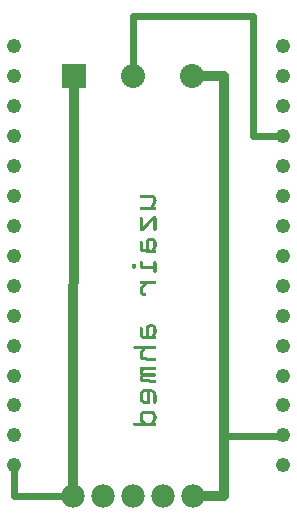
<source format=gbl>
G04 MADE WITH FRITZING*
G04 WWW.FRITZING.ORG*
G04 SINGLE SIDED*
G04 HOLES NOT PLATED*
G04 CONTOUR ON CENTER OF CONTOUR VECTOR*
%ASAXBY*%
%FSLAX23Y23*%
%MOIN*%
%OFA0B0*%
%SFA1.0B1.0*%
%ADD10C,0.047859*%
%ADD11C,0.080000*%
%ADD12C,0.078000*%
%ADD13R,0.080000X0.080000*%
%ADD14C,0.024000*%
%ADD15C,0.032000*%
%ADD16R,0.001000X0.001000*%
%LNCOPPER0*%
G90*
G70*
G54D10*
X962Y1506D03*
X65Y1706D03*
X65Y1606D03*
X65Y1506D03*
X65Y1406D03*
X65Y1306D03*
X962Y1606D03*
X962Y1706D03*
X962Y1406D03*
X65Y1206D03*
X65Y1107D03*
X65Y1007D03*
X65Y907D03*
X65Y807D03*
X65Y707D03*
X65Y607D03*
X65Y508D03*
X65Y408D03*
X65Y308D03*
X962Y1007D03*
X962Y907D03*
X962Y807D03*
X962Y707D03*
X962Y607D03*
X962Y508D03*
X962Y408D03*
X962Y308D03*
X962Y1306D03*
X962Y1206D03*
X962Y1107D03*
G54D11*
X265Y1606D03*
X462Y1606D03*
X659Y1606D03*
G54D12*
X262Y206D03*
X362Y206D03*
X462Y206D03*
X562Y206D03*
X662Y206D03*
G54D13*
X265Y1606D03*
G54D14*
X63Y206D02*
X232Y206D01*
D02*
X64Y286D02*
X63Y206D01*
G54D15*
D02*
X265Y1570D02*
X262Y242D01*
G54D14*
D02*
X462Y1638D02*
X461Y1806D01*
D02*
X461Y1806D02*
X862Y1806D01*
D02*
X862Y1806D02*
X862Y1407D01*
D02*
X862Y1407D02*
X940Y1406D01*
G54D15*
D02*
X763Y206D02*
X763Y1606D01*
D02*
X763Y1606D02*
X696Y1606D01*
D02*
X698Y206D02*
X763Y206D01*
G54D14*
D02*
X763Y406D02*
X940Y407D01*
D02*
X692Y206D02*
X763Y206D01*
D02*
X763Y206D02*
X763Y406D01*
G54D16*
X485Y1209D02*
X507Y1209D01*
X484Y1208D02*
X527Y1208D01*
X483Y1207D02*
X530Y1207D01*
X483Y1206D02*
X532Y1206D01*
X483Y1205D02*
X533Y1205D01*
X483Y1204D02*
X534Y1204D01*
X483Y1203D02*
X535Y1203D01*
X484Y1202D02*
X536Y1202D01*
X484Y1201D02*
X536Y1201D01*
X486Y1200D02*
X537Y1200D01*
X506Y1199D02*
X537Y1199D01*
X526Y1198D02*
X538Y1198D01*
X528Y1197D02*
X538Y1197D01*
X529Y1196D02*
X538Y1196D01*
X529Y1195D02*
X538Y1195D01*
X529Y1194D02*
X538Y1194D01*
X529Y1193D02*
X539Y1193D01*
X529Y1192D02*
X539Y1192D01*
X529Y1191D02*
X539Y1191D01*
X529Y1190D02*
X539Y1190D01*
X529Y1189D02*
X539Y1189D01*
X529Y1188D02*
X539Y1188D01*
X529Y1187D02*
X538Y1187D01*
X529Y1186D02*
X538Y1186D01*
X529Y1185D02*
X538Y1185D01*
X528Y1184D02*
X538Y1184D01*
X527Y1183D02*
X538Y1183D01*
X527Y1182D02*
X537Y1182D01*
X526Y1181D02*
X537Y1181D01*
X525Y1180D02*
X536Y1180D01*
X525Y1179D02*
X536Y1179D01*
X524Y1178D02*
X535Y1178D01*
X524Y1177D02*
X534Y1177D01*
X523Y1176D02*
X534Y1176D01*
X522Y1175D02*
X533Y1175D01*
X522Y1174D02*
X533Y1174D01*
X521Y1173D02*
X532Y1173D01*
X520Y1172D02*
X531Y1172D01*
X520Y1171D02*
X531Y1171D01*
X519Y1170D02*
X531Y1170D01*
X485Y1169D02*
X536Y1169D01*
X484Y1168D02*
X537Y1168D01*
X483Y1167D02*
X538Y1167D01*
X483Y1166D02*
X538Y1166D01*
X483Y1165D02*
X538Y1165D01*
X483Y1164D02*
X538Y1164D01*
X483Y1163D02*
X538Y1163D01*
X484Y1162D02*
X537Y1162D01*
X485Y1161D02*
X537Y1161D01*
X487Y1160D02*
X534Y1160D01*
X528Y1137D02*
X536Y1137D01*
X526Y1136D02*
X537Y1136D01*
X486Y1135D02*
X488Y1135D01*
X526Y1135D02*
X538Y1135D01*
X485Y1134D02*
X490Y1134D01*
X525Y1134D02*
X538Y1134D01*
X484Y1133D02*
X491Y1133D01*
X524Y1133D02*
X538Y1133D01*
X483Y1132D02*
X492Y1132D01*
X523Y1132D02*
X539Y1132D01*
X483Y1131D02*
X492Y1131D01*
X522Y1131D02*
X539Y1131D01*
X483Y1130D02*
X492Y1130D01*
X521Y1130D02*
X539Y1130D01*
X483Y1129D02*
X492Y1129D01*
X520Y1129D02*
X539Y1129D01*
X483Y1128D02*
X492Y1128D01*
X519Y1128D02*
X539Y1128D01*
X483Y1127D02*
X492Y1127D01*
X518Y1127D02*
X539Y1127D01*
X483Y1126D02*
X492Y1126D01*
X517Y1126D02*
X539Y1126D01*
X483Y1125D02*
X492Y1125D01*
X516Y1125D02*
X539Y1125D01*
X483Y1124D02*
X492Y1124D01*
X515Y1124D02*
X539Y1124D01*
X483Y1123D02*
X492Y1123D01*
X514Y1123D02*
X527Y1123D01*
X529Y1123D02*
X539Y1123D01*
X483Y1122D02*
X492Y1122D01*
X513Y1122D02*
X526Y1122D01*
X529Y1122D02*
X539Y1122D01*
X483Y1121D02*
X492Y1121D01*
X512Y1121D02*
X525Y1121D01*
X529Y1121D02*
X539Y1121D01*
X483Y1120D02*
X492Y1120D01*
X511Y1120D02*
X524Y1120D01*
X529Y1120D02*
X539Y1120D01*
X483Y1119D02*
X492Y1119D01*
X510Y1119D02*
X523Y1119D01*
X529Y1119D02*
X539Y1119D01*
X483Y1118D02*
X492Y1118D01*
X509Y1118D02*
X522Y1118D01*
X529Y1118D02*
X539Y1118D01*
X483Y1117D02*
X492Y1117D01*
X508Y1117D02*
X521Y1117D01*
X529Y1117D02*
X539Y1117D01*
X483Y1116D02*
X492Y1116D01*
X507Y1116D02*
X520Y1116D01*
X529Y1116D02*
X539Y1116D01*
X483Y1115D02*
X492Y1115D01*
X506Y1115D02*
X519Y1115D01*
X529Y1115D02*
X539Y1115D01*
X483Y1114D02*
X492Y1114D01*
X505Y1114D02*
X518Y1114D01*
X529Y1114D02*
X539Y1114D01*
X483Y1113D02*
X492Y1113D01*
X504Y1113D02*
X517Y1113D01*
X529Y1113D02*
X539Y1113D01*
X483Y1112D02*
X492Y1112D01*
X503Y1112D02*
X516Y1112D01*
X529Y1112D02*
X539Y1112D01*
X483Y1111D02*
X492Y1111D01*
X502Y1111D02*
X515Y1111D01*
X529Y1111D02*
X539Y1111D01*
X483Y1110D02*
X492Y1110D01*
X502Y1110D02*
X514Y1110D01*
X529Y1110D02*
X539Y1110D01*
X483Y1109D02*
X492Y1109D01*
X501Y1109D02*
X513Y1109D01*
X529Y1109D02*
X539Y1109D01*
X483Y1108D02*
X492Y1108D01*
X500Y1108D02*
X513Y1108D01*
X529Y1108D02*
X539Y1108D01*
X483Y1107D02*
X492Y1107D01*
X499Y1107D02*
X512Y1107D01*
X529Y1107D02*
X539Y1107D01*
X483Y1106D02*
X492Y1106D01*
X498Y1106D02*
X511Y1106D01*
X529Y1106D02*
X539Y1106D01*
X483Y1105D02*
X492Y1105D01*
X497Y1105D02*
X510Y1105D01*
X529Y1105D02*
X539Y1105D01*
X483Y1104D02*
X492Y1104D01*
X496Y1104D02*
X509Y1104D01*
X529Y1104D02*
X539Y1104D01*
X483Y1103D02*
X492Y1103D01*
X495Y1103D02*
X508Y1103D01*
X529Y1103D02*
X539Y1103D01*
X483Y1102D02*
X492Y1102D01*
X494Y1102D02*
X507Y1102D01*
X529Y1102D02*
X539Y1102D01*
X483Y1101D02*
X506Y1101D01*
X529Y1101D02*
X539Y1101D01*
X483Y1100D02*
X505Y1100D01*
X529Y1100D02*
X539Y1100D01*
X483Y1099D02*
X504Y1099D01*
X529Y1099D02*
X539Y1099D01*
X483Y1098D02*
X503Y1098D01*
X529Y1098D02*
X539Y1098D01*
X483Y1097D02*
X502Y1097D01*
X529Y1097D02*
X539Y1097D01*
X483Y1096D02*
X501Y1096D01*
X529Y1096D02*
X539Y1096D01*
X483Y1095D02*
X500Y1095D01*
X529Y1095D02*
X539Y1095D01*
X483Y1094D02*
X499Y1094D01*
X529Y1094D02*
X539Y1094D01*
X483Y1093D02*
X498Y1093D01*
X529Y1093D02*
X539Y1093D01*
X483Y1092D02*
X497Y1092D01*
X530Y1092D02*
X538Y1092D01*
X483Y1091D02*
X496Y1091D01*
X530Y1091D02*
X538Y1091D01*
X484Y1090D02*
X495Y1090D01*
X531Y1090D02*
X537Y1090D01*
X485Y1089D02*
X494Y1089D01*
X532Y1089D02*
X536Y1089D01*
X487Y1088D02*
X492Y1088D01*
X534Y1088D02*
X534Y1088D01*
X515Y1065D02*
X528Y1065D01*
X512Y1064D02*
X530Y1064D01*
X510Y1063D02*
X532Y1063D01*
X509Y1062D02*
X533Y1062D01*
X508Y1061D02*
X534Y1061D01*
X507Y1060D02*
X535Y1060D01*
X506Y1059D02*
X536Y1059D01*
X506Y1058D02*
X537Y1058D01*
X505Y1057D02*
X537Y1057D01*
X505Y1056D02*
X538Y1056D01*
X485Y1055D02*
X489Y1055D01*
X505Y1055D02*
X516Y1055D01*
X527Y1055D02*
X538Y1055D01*
X484Y1054D02*
X491Y1054D01*
X504Y1054D02*
X514Y1054D01*
X528Y1054D02*
X538Y1054D01*
X483Y1053D02*
X491Y1053D01*
X504Y1053D02*
X514Y1053D01*
X529Y1053D02*
X538Y1053D01*
X483Y1052D02*
X492Y1052D01*
X504Y1052D02*
X513Y1052D01*
X529Y1052D02*
X538Y1052D01*
X483Y1051D02*
X492Y1051D01*
X504Y1051D02*
X513Y1051D01*
X529Y1051D02*
X539Y1051D01*
X483Y1050D02*
X492Y1050D01*
X504Y1050D02*
X513Y1050D01*
X529Y1050D02*
X539Y1050D01*
X483Y1049D02*
X492Y1049D01*
X504Y1049D02*
X513Y1049D01*
X529Y1049D02*
X539Y1049D01*
X483Y1048D02*
X492Y1048D01*
X504Y1048D02*
X513Y1048D01*
X529Y1048D02*
X539Y1048D01*
X483Y1047D02*
X492Y1047D01*
X504Y1047D02*
X513Y1047D01*
X529Y1047D02*
X539Y1047D01*
X483Y1046D02*
X492Y1046D01*
X504Y1046D02*
X513Y1046D01*
X529Y1046D02*
X539Y1046D01*
X483Y1045D02*
X492Y1045D01*
X504Y1045D02*
X513Y1045D01*
X529Y1045D02*
X539Y1045D01*
X483Y1044D02*
X492Y1044D01*
X504Y1044D02*
X513Y1044D01*
X529Y1044D02*
X539Y1044D01*
X483Y1043D02*
X492Y1043D01*
X504Y1043D02*
X513Y1043D01*
X529Y1043D02*
X539Y1043D01*
X483Y1042D02*
X492Y1042D01*
X504Y1042D02*
X513Y1042D01*
X529Y1042D02*
X539Y1042D01*
X483Y1041D02*
X492Y1041D01*
X504Y1041D02*
X513Y1041D01*
X529Y1041D02*
X539Y1041D01*
X483Y1040D02*
X492Y1040D01*
X504Y1040D02*
X513Y1040D01*
X529Y1040D02*
X539Y1040D01*
X483Y1039D02*
X492Y1039D01*
X504Y1039D02*
X513Y1039D01*
X529Y1039D02*
X539Y1039D01*
X483Y1038D02*
X492Y1038D01*
X504Y1038D02*
X513Y1038D01*
X529Y1038D02*
X539Y1038D01*
X483Y1037D02*
X492Y1037D01*
X504Y1037D02*
X513Y1037D01*
X529Y1037D02*
X539Y1037D01*
X483Y1036D02*
X492Y1036D01*
X504Y1036D02*
X513Y1036D01*
X529Y1036D02*
X539Y1036D01*
X483Y1035D02*
X492Y1035D01*
X504Y1035D02*
X513Y1035D01*
X528Y1035D02*
X538Y1035D01*
X483Y1034D02*
X492Y1034D01*
X504Y1034D02*
X513Y1034D01*
X527Y1034D02*
X538Y1034D01*
X483Y1033D02*
X492Y1033D01*
X504Y1033D02*
X513Y1033D01*
X527Y1033D02*
X538Y1033D01*
X483Y1032D02*
X492Y1032D01*
X504Y1032D02*
X513Y1032D01*
X526Y1032D02*
X537Y1032D01*
X483Y1031D02*
X492Y1031D01*
X504Y1031D02*
X513Y1031D01*
X526Y1031D02*
X536Y1031D01*
X483Y1030D02*
X492Y1030D01*
X504Y1030D02*
X513Y1030D01*
X525Y1030D02*
X536Y1030D01*
X483Y1029D02*
X493Y1029D01*
X504Y1029D02*
X514Y1029D01*
X525Y1029D02*
X535Y1029D01*
X483Y1028D02*
X495Y1028D01*
X504Y1028D02*
X515Y1028D01*
X524Y1028D02*
X535Y1028D01*
X484Y1027D02*
X516Y1027D01*
X523Y1027D02*
X534Y1027D01*
X484Y1026D02*
X534Y1026D01*
X485Y1025D02*
X536Y1025D01*
X485Y1024D02*
X537Y1024D01*
X486Y1023D02*
X538Y1023D01*
X487Y1022D02*
X538Y1022D01*
X488Y1021D02*
X538Y1021D01*
X489Y1020D02*
X538Y1020D01*
X491Y1019D02*
X538Y1019D01*
X493Y1018D02*
X537Y1018D01*
X503Y1017D02*
X536Y1017D01*
X532Y1016D02*
X534Y1016D01*
X485Y988D02*
X489Y988D01*
X532Y988D02*
X536Y988D01*
X484Y987D02*
X491Y987D01*
X531Y987D02*
X537Y987D01*
X483Y986D02*
X491Y986D01*
X530Y986D02*
X538Y986D01*
X483Y985D02*
X492Y985D01*
X530Y985D02*
X538Y985D01*
X483Y984D02*
X492Y984D01*
X529Y984D02*
X538Y984D01*
X483Y983D02*
X492Y983D01*
X529Y983D02*
X539Y983D01*
X483Y982D02*
X492Y982D01*
X529Y982D02*
X539Y982D01*
X483Y981D02*
X492Y981D01*
X529Y981D02*
X539Y981D01*
X483Y980D02*
X492Y980D01*
X529Y980D02*
X539Y980D01*
X483Y979D02*
X492Y979D01*
X529Y979D02*
X539Y979D01*
X460Y978D02*
X468Y978D01*
X483Y978D02*
X492Y978D01*
X529Y978D02*
X539Y978D01*
X459Y977D02*
X469Y977D01*
X483Y977D02*
X492Y977D01*
X529Y977D02*
X539Y977D01*
X458Y976D02*
X470Y976D01*
X483Y976D02*
X492Y976D01*
X529Y976D02*
X539Y976D01*
X458Y975D02*
X470Y975D01*
X483Y975D02*
X492Y975D01*
X529Y975D02*
X539Y975D01*
X457Y974D02*
X471Y974D01*
X483Y974D02*
X492Y974D01*
X529Y974D02*
X539Y974D01*
X457Y973D02*
X471Y973D01*
X483Y973D02*
X539Y973D01*
X457Y972D02*
X471Y972D01*
X483Y972D02*
X539Y972D01*
X457Y971D02*
X471Y971D01*
X483Y971D02*
X539Y971D01*
X457Y970D02*
X471Y970D01*
X483Y970D02*
X539Y970D01*
X457Y969D02*
X471Y969D01*
X483Y969D02*
X539Y969D01*
X458Y968D02*
X471Y968D01*
X483Y968D02*
X539Y968D01*
X458Y967D02*
X470Y967D01*
X483Y967D02*
X539Y967D01*
X458Y966D02*
X470Y966D01*
X484Y966D02*
X539Y966D01*
X459Y965D02*
X469Y965D01*
X485Y965D02*
X539Y965D01*
X461Y964D02*
X467Y964D01*
X487Y964D02*
X539Y964D01*
X529Y963D02*
X539Y963D01*
X529Y962D02*
X539Y962D01*
X529Y961D02*
X539Y961D01*
X529Y960D02*
X539Y960D01*
X529Y959D02*
X539Y959D01*
X529Y958D02*
X539Y958D01*
X529Y957D02*
X539Y957D01*
X529Y956D02*
X539Y956D01*
X529Y955D02*
X539Y955D01*
X529Y954D02*
X539Y954D01*
X530Y953D02*
X538Y953D01*
X530Y952D02*
X538Y952D01*
X531Y951D02*
X537Y951D01*
X532Y950D02*
X536Y950D01*
X534Y949D02*
X534Y949D01*
X485Y921D02*
X536Y921D01*
X484Y920D02*
X537Y920D01*
X483Y919D02*
X538Y919D01*
X483Y918D02*
X538Y918D01*
X483Y917D02*
X538Y917D01*
X483Y916D02*
X538Y916D01*
X483Y915D02*
X538Y915D01*
X484Y914D02*
X538Y914D01*
X484Y913D02*
X537Y913D01*
X486Y912D02*
X535Y912D01*
X493Y911D02*
X506Y911D01*
X492Y910D02*
X505Y910D01*
X492Y909D02*
X504Y909D01*
X491Y908D02*
X503Y908D01*
X490Y907D02*
X502Y907D01*
X489Y906D02*
X501Y906D01*
X488Y905D02*
X500Y905D01*
X487Y904D02*
X500Y904D01*
X486Y903D02*
X499Y903D01*
X486Y902D02*
X498Y902D01*
X485Y901D02*
X497Y901D01*
X484Y900D02*
X496Y900D01*
X483Y899D02*
X495Y899D01*
X483Y898D02*
X494Y898D01*
X483Y897D02*
X494Y897D01*
X483Y896D02*
X493Y896D01*
X483Y895D02*
X492Y895D01*
X483Y894D02*
X492Y894D01*
X483Y893D02*
X492Y893D01*
X483Y892D02*
X492Y892D01*
X483Y891D02*
X492Y891D01*
X483Y890D02*
X492Y890D01*
X483Y889D02*
X492Y889D01*
X483Y888D02*
X492Y888D01*
X483Y887D02*
X492Y887D01*
X483Y886D02*
X492Y886D01*
X483Y885D02*
X492Y885D01*
X483Y884D02*
X493Y884D01*
X483Y883D02*
X494Y883D01*
X484Y882D02*
X500Y882D01*
X484Y881D02*
X503Y881D01*
X485Y880D02*
X504Y880D01*
X485Y879D02*
X504Y879D01*
X486Y878D02*
X504Y878D01*
X487Y877D02*
X504Y877D01*
X488Y876D02*
X504Y876D01*
X489Y875D02*
X504Y875D01*
X490Y874D02*
X503Y874D01*
X492Y873D02*
X502Y873D01*
X497Y872D02*
X500Y872D01*
X514Y777D02*
X528Y777D01*
X512Y776D02*
X531Y776D01*
X510Y775D02*
X532Y775D01*
X509Y774D02*
X533Y774D01*
X508Y773D02*
X534Y773D01*
X507Y772D02*
X535Y772D01*
X506Y771D02*
X536Y771D01*
X506Y770D02*
X537Y770D01*
X505Y769D02*
X537Y769D01*
X505Y768D02*
X538Y768D01*
X485Y767D02*
X490Y767D01*
X505Y767D02*
X516Y767D01*
X527Y767D02*
X538Y767D01*
X484Y766D02*
X491Y766D01*
X504Y766D02*
X514Y766D01*
X528Y766D02*
X538Y766D01*
X483Y765D02*
X491Y765D01*
X504Y765D02*
X514Y765D01*
X529Y765D02*
X538Y765D01*
X483Y764D02*
X492Y764D01*
X504Y764D02*
X513Y764D01*
X529Y764D02*
X538Y764D01*
X483Y763D02*
X492Y763D01*
X504Y763D02*
X513Y763D01*
X529Y763D02*
X539Y763D01*
X483Y762D02*
X492Y762D01*
X504Y762D02*
X513Y762D01*
X529Y762D02*
X539Y762D01*
X483Y761D02*
X492Y761D01*
X504Y761D02*
X513Y761D01*
X529Y761D02*
X539Y761D01*
X483Y760D02*
X492Y760D01*
X504Y760D02*
X513Y760D01*
X529Y760D02*
X539Y760D01*
X483Y759D02*
X492Y759D01*
X504Y759D02*
X513Y759D01*
X529Y759D02*
X539Y759D01*
X483Y758D02*
X492Y758D01*
X504Y758D02*
X513Y758D01*
X529Y758D02*
X539Y758D01*
X483Y757D02*
X492Y757D01*
X504Y757D02*
X513Y757D01*
X529Y757D02*
X539Y757D01*
X483Y756D02*
X492Y756D01*
X504Y756D02*
X513Y756D01*
X529Y756D02*
X539Y756D01*
X483Y755D02*
X492Y755D01*
X504Y755D02*
X513Y755D01*
X529Y755D02*
X539Y755D01*
X483Y754D02*
X492Y754D01*
X504Y754D02*
X513Y754D01*
X529Y754D02*
X539Y754D01*
X483Y753D02*
X492Y753D01*
X504Y753D02*
X513Y753D01*
X529Y753D02*
X539Y753D01*
X483Y752D02*
X492Y752D01*
X504Y752D02*
X513Y752D01*
X529Y752D02*
X539Y752D01*
X483Y751D02*
X492Y751D01*
X504Y751D02*
X513Y751D01*
X529Y751D02*
X539Y751D01*
X483Y750D02*
X492Y750D01*
X504Y750D02*
X513Y750D01*
X529Y750D02*
X539Y750D01*
X483Y749D02*
X492Y749D01*
X504Y749D02*
X513Y749D01*
X529Y749D02*
X539Y749D01*
X483Y748D02*
X492Y748D01*
X504Y748D02*
X513Y748D01*
X529Y748D02*
X539Y748D01*
X483Y747D02*
X492Y747D01*
X504Y747D02*
X513Y747D01*
X528Y747D02*
X538Y747D01*
X483Y746D02*
X492Y746D01*
X504Y746D02*
X513Y746D01*
X527Y746D02*
X538Y746D01*
X483Y745D02*
X492Y745D01*
X504Y745D02*
X513Y745D01*
X527Y745D02*
X538Y745D01*
X483Y744D02*
X492Y744D01*
X504Y744D02*
X513Y744D01*
X526Y744D02*
X537Y744D01*
X483Y743D02*
X492Y743D01*
X504Y743D02*
X513Y743D01*
X526Y743D02*
X536Y743D01*
X483Y742D02*
X492Y742D01*
X504Y742D02*
X513Y742D01*
X525Y742D02*
X536Y742D01*
X483Y741D02*
X493Y741D01*
X504Y741D02*
X514Y741D01*
X525Y741D02*
X535Y741D01*
X483Y740D02*
X495Y740D01*
X504Y740D02*
X515Y740D01*
X524Y740D02*
X535Y740D01*
X484Y739D02*
X516Y739D01*
X523Y739D02*
X534Y739D01*
X484Y738D02*
X534Y738D01*
X485Y737D02*
X536Y737D01*
X485Y736D02*
X537Y736D01*
X486Y735D02*
X538Y735D01*
X487Y734D02*
X538Y734D01*
X488Y733D02*
X538Y733D01*
X489Y732D02*
X538Y732D01*
X491Y731D02*
X538Y731D01*
X493Y730D02*
X537Y730D01*
X505Y729D02*
X536Y729D01*
X534Y728D02*
X534Y728D01*
X464Y705D02*
X536Y705D01*
X463Y704D02*
X537Y704D01*
X462Y703D02*
X538Y703D01*
X462Y702D02*
X538Y702D01*
X462Y701D02*
X538Y701D01*
X462Y700D02*
X538Y700D01*
X462Y699D02*
X538Y699D01*
X463Y698D02*
X538Y698D01*
X463Y697D02*
X537Y697D01*
X465Y696D02*
X535Y696D01*
X491Y695D02*
X502Y695D01*
X490Y694D02*
X501Y694D01*
X490Y693D02*
X501Y693D01*
X489Y692D02*
X500Y692D01*
X488Y691D02*
X499Y691D01*
X488Y690D02*
X499Y690D01*
X487Y689D02*
X498Y689D01*
X486Y688D02*
X497Y688D01*
X486Y687D02*
X497Y687D01*
X485Y686D02*
X496Y686D01*
X485Y685D02*
X495Y685D01*
X484Y684D02*
X495Y684D01*
X484Y683D02*
X494Y683D01*
X483Y682D02*
X494Y682D01*
X483Y681D02*
X493Y681D01*
X483Y680D02*
X492Y680D01*
X483Y679D02*
X492Y679D01*
X483Y678D02*
X492Y678D01*
X483Y677D02*
X492Y677D01*
X483Y676D02*
X492Y676D01*
X483Y675D02*
X492Y675D01*
X483Y674D02*
X492Y674D01*
X483Y673D02*
X492Y673D01*
X483Y672D02*
X492Y672D01*
X483Y671D02*
X492Y671D01*
X483Y670D02*
X493Y670D01*
X483Y669D02*
X493Y669D01*
X483Y668D02*
X495Y668D01*
X484Y667D02*
X508Y667D01*
X484Y666D02*
X534Y666D01*
X485Y665D02*
X537Y665D01*
X485Y664D02*
X537Y664D01*
X486Y663D02*
X538Y663D01*
X487Y662D02*
X538Y662D01*
X488Y661D02*
X538Y661D01*
X489Y660D02*
X538Y660D01*
X491Y659D02*
X538Y659D01*
X493Y658D02*
X537Y658D01*
X506Y657D02*
X536Y657D01*
X486Y634D02*
X536Y634D01*
X484Y633D02*
X537Y633D01*
X483Y632D02*
X538Y632D01*
X483Y631D02*
X538Y631D01*
X483Y630D02*
X538Y630D01*
X483Y629D02*
X538Y629D01*
X483Y628D02*
X538Y628D01*
X484Y627D02*
X538Y627D01*
X484Y626D02*
X537Y626D01*
X486Y625D02*
X536Y625D01*
X486Y624D02*
X498Y624D01*
X485Y623D02*
X497Y623D01*
X484Y622D02*
X496Y622D01*
X484Y621D02*
X495Y621D01*
X483Y620D02*
X494Y620D01*
X483Y619D02*
X494Y619D01*
X483Y618D02*
X493Y618D01*
X483Y617D02*
X492Y617D01*
X483Y616D02*
X492Y616D01*
X483Y615D02*
X492Y615D01*
X483Y614D02*
X533Y614D01*
X483Y613D02*
X536Y613D01*
X484Y612D02*
X537Y612D01*
X484Y611D02*
X538Y611D01*
X484Y610D02*
X538Y610D01*
X485Y609D02*
X538Y609D01*
X486Y608D02*
X538Y608D01*
X487Y607D02*
X538Y607D01*
X487Y606D02*
X537Y606D01*
X486Y605D02*
X536Y605D01*
X486Y604D02*
X534Y604D01*
X485Y603D02*
X497Y603D01*
X484Y602D02*
X496Y602D01*
X484Y601D02*
X495Y601D01*
X484Y600D02*
X494Y600D01*
X483Y599D02*
X493Y599D01*
X483Y598D02*
X493Y598D01*
X483Y597D02*
X492Y597D01*
X483Y596D02*
X492Y596D01*
X483Y595D02*
X493Y595D01*
X483Y594D02*
X517Y594D01*
X484Y593D02*
X535Y593D01*
X484Y592D02*
X537Y592D01*
X485Y591D02*
X538Y591D01*
X485Y590D02*
X538Y590D01*
X486Y589D02*
X538Y589D01*
X487Y588D02*
X538Y588D01*
X488Y587D02*
X538Y587D01*
X490Y586D02*
X538Y586D01*
X493Y585D02*
X537Y585D01*
X516Y584D02*
X536Y584D01*
X496Y561D02*
X525Y561D01*
X494Y560D02*
X528Y560D01*
X492Y559D02*
X529Y559D01*
X491Y558D02*
X530Y558D01*
X490Y557D02*
X531Y557D01*
X489Y556D02*
X532Y556D01*
X488Y555D02*
X533Y555D01*
X487Y554D02*
X534Y554D01*
X486Y553D02*
X535Y553D01*
X486Y552D02*
X536Y552D01*
X485Y551D02*
X497Y551D01*
X508Y551D02*
X517Y551D01*
X524Y551D02*
X536Y551D01*
X484Y550D02*
X496Y550D01*
X508Y550D02*
X517Y550D01*
X525Y550D02*
X537Y550D01*
X484Y549D02*
X495Y549D01*
X508Y549D02*
X517Y549D01*
X526Y549D02*
X537Y549D01*
X484Y548D02*
X494Y548D01*
X508Y548D02*
X517Y548D01*
X527Y548D02*
X538Y548D01*
X483Y547D02*
X493Y547D01*
X508Y547D02*
X517Y547D01*
X528Y547D02*
X538Y547D01*
X483Y546D02*
X493Y546D01*
X508Y546D02*
X517Y546D01*
X528Y546D02*
X538Y546D01*
X483Y545D02*
X492Y545D01*
X508Y545D02*
X517Y545D01*
X529Y545D02*
X538Y545D01*
X483Y544D02*
X492Y544D01*
X508Y544D02*
X517Y544D01*
X529Y544D02*
X538Y544D01*
X483Y543D02*
X492Y543D01*
X508Y543D02*
X517Y543D01*
X529Y543D02*
X539Y543D01*
X483Y542D02*
X492Y542D01*
X508Y542D02*
X517Y542D01*
X529Y542D02*
X539Y542D01*
X483Y541D02*
X492Y541D01*
X508Y541D02*
X517Y541D01*
X529Y541D02*
X539Y541D01*
X483Y540D02*
X492Y540D01*
X508Y540D02*
X517Y540D01*
X529Y540D02*
X539Y540D01*
X483Y539D02*
X492Y539D01*
X508Y539D02*
X517Y539D01*
X529Y539D02*
X539Y539D01*
X483Y538D02*
X492Y538D01*
X508Y538D02*
X517Y538D01*
X529Y538D02*
X539Y538D01*
X483Y537D02*
X492Y537D01*
X508Y537D02*
X517Y537D01*
X529Y537D02*
X539Y537D01*
X483Y536D02*
X492Y536D01*
X508Y536D02*
X517Y536D01*
X529Y536D02*
X539Y536D01*
X483Y535D02*
X492Y535D01*
X508Y535D02*
X517Y535D01*
X529Y535D02*
X539Y535D01*
X483Y534D02*
X492Y534D01*
X508Y534D02*
X517Y534D01*
X529Y534D02*
X539Y534D01*
X483Y533D02*
X492Y533D01*
X508Y533D02*
X517Y533D01*
X529Y533D02*
X539Y533D01*
X483Y532D02*
X492Y532D01*
X508Y532D02*
X517Y532D01*
X529Y532D02*
X539Y532D01*
X483Y531D02*
X492Y531D01*
X508Y531D02*
X517Y531D01*
X529Y531D02*
X539Y531D01*
X483Y530D02*
X492Y530D01*
X508Y530D02*
X517Y530D01*
X529Y530D02*
X539Y530D01*
X483Y529D02*
X492Y529D01*
X508Y529D02*
X517Y529D01*
X529Y529D02*
X539Y529D01*
X483Y528D02*
X493Y528D01*
X508Y528D02*
X517Y528D01*
X529Y528D02*
X539Y528D01*
X483Y527D02*
X493Y527D01*
X508Y527D02*
X517Y527D01*
X529Y527D02*
X539Y527D01*
X484Y526D02*
X494Y526D01*
X508Y526D02*
X517Y526D01*
X529Y526D02*
X539Y526D01*
X484Y525D02*
X495Y525D01*
X508Y525D02*
X517Y525D01*
X529Y525D02*
X539Y525D01*
X484Y524D02*
X496Y524D01*
X508Y524D02*
X517Y524D01*
X529Y524D02*
X539Y524D01*
X485Y523D02*
X497Y523D01*
X508Y523D02*
X517Y523D01*
X529Y523D02*
X539Y523D01*
X486Y522D02*
X517Y522D01*
X529Y522D02*
X539Y522D01*
X486Y521D02*
X517Y521D01*
X529Y521D02*
X539Y521D01*
X487Y520D02*
X517Y520D01*
X529Y520D02*
X539Y520D01*
X488Y519D02*
X517Y519D01*
X529Y519D02*
X539Y519D01*
X489Y518D02*
X517Y518D01*
X529Y518D02*
X539Y518D01*
X490Y517D02*
X517Y517D01*
X529Y517D02*
X538Y517D01*
X491Y516D02*
X517Y516D01*
X530Y516D02*
X538Y516D01*
X492Y515D02*
X517Y515D01*
X530Y515D02*
X538Y515D01*
X494Y514D02*
X516Y514D01*
X531Y514D02*
X537Y514D01*
X496Y513D02*
X515Y513D01*
X532Y513D02*
X536Y513D01*
X496Y489D02*
X525Y489D01*
X494Y488D02*
X528Y488D01*
X492Y487D02*
X529Y487D01*
X491Y486D02*
X530Y486D01*
X490Y485D02*
X531Y485D01*
X489Y484D02*
X532Y484D01*
X488Y483D02*
X533Y483D01*
X487Y482D02*
X534Y482D01*
X486Y481D02*
X535Y481D01*
X486Y480D02*
X536Y480D01*
X485Y479D02*
X497Y479D01*
X524Y479D02*
X536Y479D01*
X484Y478D02*
X496Y478D01*
X525Y478D02*
X537Y478D01*
X484Y477D02*
X495Y477D01*
X526Y477D02*
X537Y477D01*
X484Y476D02*
X494Y476D01*
X527Y476D02*
X538Y476D01*
X483Y475D02*
X493Y475D01*
X528Y475D02*
X538Y475D01*
X483Y474D02*
X493Y474D01*
X528Y474D02*
X538Y474D01*
X483Y473D02*
X492Y473D01*
X529Y473D02*
X538Y473D01*
X483Y472D02*
X492Y472D01*
X529Y472D02*
X538Y472D01*
X483Y471D02*
X492Y471D01*
X529Y471D02*
X539Y471D01*
X483Y470D02*
X492Y470D01*
X529Y470D02*
X539Y470D01*
X483Y469D02*
X492Y469D01*
X529Y469D02*
X539Y469D01*
X483Y468D02*
X492Y468D01*
X529Y468D02*
X539Y468D01*
X483Y467D02*
X492Y467D01*
X529Y467D02*
X539Y467D01*
X483Y466D02*
X492Y466D01*
X529Y466D02*
X539Y466D01*
X483Y465D02*
X492Y465D01*
X529Y465D02*
X539Y465D01*
X483Y464D02*
X492Y464D01*
X529Y464D02*
X539Y464D01*
X483Y463D02*
X492Y463D01*
X529Y463D02*
X538Y463D01*
X483Y462D02*
X492Y462D01*
X529Y462D02*
X538Y462D01*
X483Y461D02*
X493Y461D01*
X529Y461D02*
X538Y461D01*
X483Y460D02*
X494Y460D01*
X528Y460D02*
X538Y460D01*
X484Y459D02*
X494Y459D01*
X527Y459D02*
X538Y459D01*
X484Y458D02*
X495Y458D01*
X526Y458D02*
X537Y458D01*
X484Y457D02*
X496Y457D01*
X525Y457D02*
X537Y457D01*
X485Y456D02*
X497Y456D01*
X524Y456D02*
X536Y456D01*
X486Y455D02*
X498Y455D01*
X523Y455D02*
X536Y455D01*
X486Y454D02*
X499Y454D01*
X523Y454D02*
X535Y454D01*
X487Y453D02*
X500Y453D01*
X522Y453D02*
X534Y453D01*
X488Y452D02*
X500Y452D01*
X521Y452D02*
X534Y452D01*
X489Y451D02*
X502Y451D01*
X520Y451D02*
X533Y451D01*
X466Y450D02*
X534Y450D01*
X464Y449D02*
X537Y449D01*
X463Y448D02*
X538Y448D01*
X462Y447D02*
X538Y447D01*
X462Y446D02*
X538Y446D01*
X462Y445D02*
X538Y445D01*
X462Y444D02*
X538Y444D01*
X462Y443D02*
X538Y443D01*
X463Y442D02*
X537Y442D01*
X464Y441D02*
X536Y441D01*
D02*
G04 End of Copper0*
M02*
</source>
